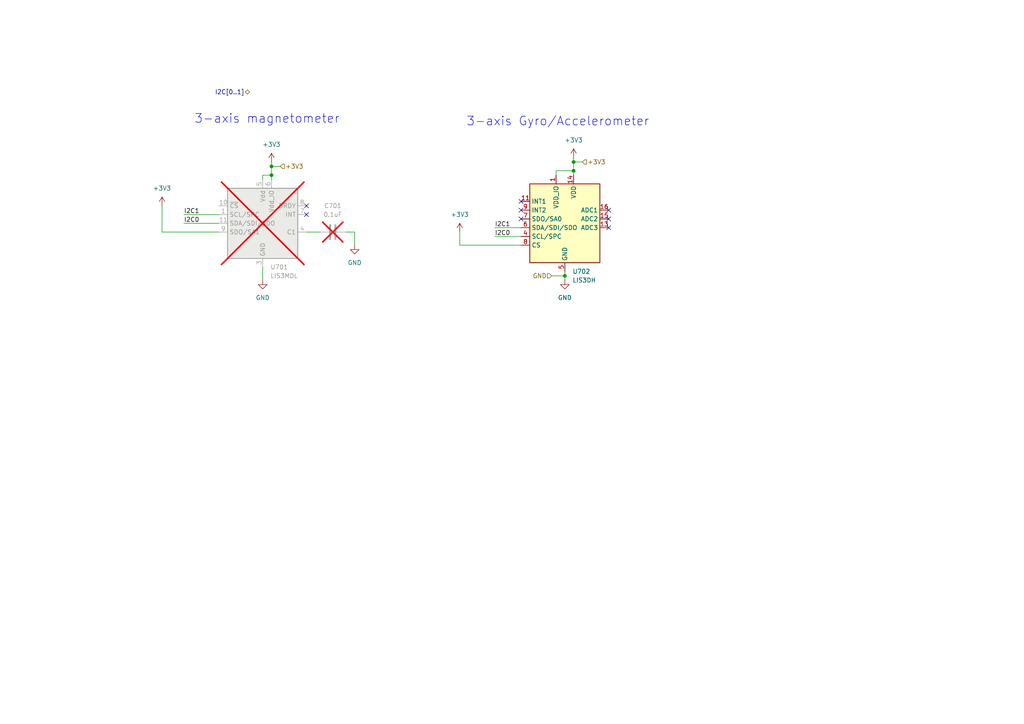
<source format=kicad_sch>
(kicad_sch (version 20231120) (generator "eeschema") (generator_version "8.0")
  (paper "A4")
  (lib_symbols
    (symbol "Device:C" (pin_numbers hide) (pin_names (offset 0.254))
      (property "Reference" "C" (at 0.635 2.54 0))
      (property "Value" "C" (at 0.635 -2.54 0))
      (symbol "C_0_1"
        (polyline (pts (xy -2.032 -0.762) (xy 2.032 -0.762)) (stroke (width 0.508)))
        (polyline (pts (xy -2.032 0.762) (xy 2.032 0.762)) (stroke (width 0.508)))
      )
      (symbol "C_1_1"
        (pin passive line (at 0 3.81 270) (length 2.794) (name "~") (number "1"))
        (pin passive line (at 0 -3.81 90) (length 2.794) (name "~") (number "2"))
      )
    )
    (symbol "Sensor_Magnetic:LIS3MDL"
      (property "Reference" "U" (at -8.89 11.43 0))
      (property "Value" "LIS3MDL" (at 7.62 11.43 0))
      (symbol "LIS3MDL_0_1"
        (rectangle (start -10.16 10.16) (end 10.16 -10.16) (stroke (width 0.254)) (fill (type background)))
      )
      (symbol "LIS3MDL_1_1"
        (pin input line (at -12.7 2.54 0) (length 2.54) (name "SCL/SPC") (number "1"))
        (pin input line (at -12.7 5.08 0) (length 2.54) (name "~{CS}") (number "10"))
        (pin bidirectional line (at -12.7 0 0) (length 2.54) (name "SDA/SDI/SDO") (number "11"))
        (pin passive line (at 0 -12.7 90) (length 2.54) hide (name "GND") (number "12"))
        (pin passive line (at 0 -12.7 90) (length 2.54) hide (name "GND") (number "2"))
        (pin power_in line (at 0 -12.7 90) (length 2.54) (name "GND") (number "3"))
        (pin power_out line (at 12.7 -2.54 180) (length 2.54) (name "C1") (number "4"))
        (pin power_in line (at 0 12.7 270) (length 2.54) (name "Vdd") (number "5"))
        (pin power_in line (at 2.54 12.7 270) (length 2.54) (name "Vdd_IO") (number "6"))
        (pin output line (at 12.7 2.54 180) (length 2.54) (name "INT") (number "7"))
        (pin output line (at 12.7 5.08 180) (length 2.54) (name "DRDY") (number "8"))
        (pin bidirectional line (at -12.7 -2.54 0) (length 2.54) (name "SDO/SA1") (number "9"))
      )
    )
    (symbol "Sensor_Motion:LIS3DH"
      (property "Reference" "U" (at -7.62 11.43 0))
      (property "Value" "LIS3DH" (at 6.35 11.43 0))
      (symbol "LIS3DH_0_1"
        (rectangle (start -10.16 10.16) (end 10.16 -12.7) (stroke (width 0.254)) (fill (type background)))
      )
      (symbol "LIS3DH_1_1"
        (pin power_in line (at -2.54 12.7 270) (length 2.54) (name "VDD_IO") (number "1"))
        (pin passive line (at 0 -15.24 90) (length 2.54) hide (name "GND") (number "10"))
        (pin output line (at -12.7 5.08 0) (length 2.54) (name "INT1") (number "11"))
        (pin passive line (at 0 -15.24 90) (length 2.54) hide (name "GND") (number "12"))
        (pin input line (at 12.7 -2.54 180) (length 2.54) (name "ADC3") (number "13"))
        (pin power_in line (at 2.54 12.7 270) (length 2.54) (name "VDD") (number "14"))
        (pin input line (at 12.7 0 180) (length 2.54) (name "ADC2") (number "15"))
        (pin input line (at 12.7 2.54 180) (length 2.54) (name "ADC1") (number "16"))
        (pin no_connect line (at 10.16 5.08 180) (length 2.54) hide (name "NC") (number "2"))
        (pin no_connect line (at 10.16 7.62 180) (length 2.54) hide (name "NC") (number "3"))
        (pin input line (at -12.7 -5.08 0) (length 2.54) (name "SCL/SPC") (number "4"))
        (pin power_in line (at 0 -15.24 90) (length 2.54) (name "GND") (number "5"))
        (pin bidirectional line (at -12.7 -2.54 0) (length 2.54) (name "SDA/SDI/SDO") (number "6"))
        (pin bidirectional line (at -12.7 0 0) (length 2.54) (name "SDO/SA0") (number "7"))
        (pin input line (at -12.7 -7.62 0) (length 2.54) (name "CS") (number "8"))
        (pin output line (at -12.7 2.54 0) (length 2.54) (name "INT2") (number "9"))
      )
    )
    (symbol "power:+3V3" (power) (pin_names (offset 0))
      (property "Value" "+3V3" (at 0 3.556 0))
      (symbol "+3V3_0_1"
        (polyline (pts (xy -0.762 1.27) (xy 0 2.54)))
        (polyline (pts (xy 0 0) (xy 0 2.54)))
        (polyline (pts (xy 0 2.54) (xy 0.762 1.27)))
      )
      (symbol "+3V3_1_1"
        (pin power_in line (at 0 0 90) (length 0) hide (name "+3V3") (number "1"))
      )
    )
    (symbol "power:GND" (power) (pin_names (offset 0))
      (property "Value" "GND" (at 0 -3.81 0))
      (symbol "GND_0_1"
        (polyline (pts (xy 0 0) (xy 0 -1.27) (xy 1.27 -1.27) (xy 0 -2.54) (xy -1.27 -1.27) (xy 0 -1.27)))
      )
      (symbol "GND_1_1"
        (pin power_in line (at 0 0 270) (length 0) hide (name "GND") (number "1"))
      )
    )
  )
  (junction (at 78.74 48.26))
  (junction (at 78.74 50.8))
  (junction (at 166.37 46.99))
  (junction (at 166.37 49.53))
  (junction (at 163.83 80.01))
  (no_connect (at 176.53 66.04))
  (no_connect (at 88.9 62.23))
  (no_connect (at 151.13 60.96))
  (no_connect (at 88.9 59.69))
  (no_connect (at 151.13 58.42))
  (no_connect (at 151.13 63.5))
  (no_connect (at 176.53 60.96))
  (no_connect (at 176.53 63.5))
  (wire (pts (xy 161.29 49.53) (xy 166.37 49.53)))
  (wire (pts (xy 53.34 64.77) (xy 63.5 64.77)))
  (wire (pts (xy 161.29 49.53) (xy 161.29 50.8)))
  (wire (pts (xy 133.35 67.31) (xy 133.35 71.12)))
  (wire (pts (xy 143.51 68.58) (xy 151.13 68.58)))
  (wire (pts (xy 78.74 48.26) (xy 78.74 50.8)))
  (wire (pts (xy 76.2 50.8) (xy 76.2 52.07)))
  (wire (pts (xy 78.74 46.99) (xy 78.74 48.26)))
  (wire (pts (xy 102.87 71.12) (xy 102.87 67.31)))
  (wire (pts (xy 166.37 46.99) (xy 166.37 49.53)))
  (wire (pts (xy 163.83 81.28) (xy 163.83 80.01)))
  (wire (pts (xy 92.71 67.31) (xy 88.9 67.31)))
  (wire (pts (xy 46.99 67.31) (xy 63.5 67.31)))
  (wire (pts (xy 46.99 59.69) (xy 46.99 67.31)))
  (wire (pts (xy 160.02 80.01) (xy 163.83 80.01)))
  (wire (pts (xy 133.35 71.12) (xy 151.13 71.12)))
  (wire (pts (xy 166.37 49.53) (xy 166.37 50.8)))
  (wire (pts (xy 166.37 45.72) (xy 166.37 46.99)))
  (wire (pts (xy 76.2 50.8) (xy 78.74 50.8)))
  (wire (pts (xy 143.51 66.04) (xy 151.13 66.04)))
  (wire (pts (xy 168.91 46.99) (xy 166.37 46.99)))
  (wire (pts (xy 76.2 81.28) (xy 76.2 77.47)))
  (wire (pts (xy 78.74 50.8) (xy 78.74 52.07)))
  (wire (pts (xy 81.28 48.26) (xy 78.74 48.26)))
  (wire (pts (xy 102.87 67.31) (xy 100.33 67.31)))
  (wire (pts (xy 53.34 62.23) (xy 63.5 62.23)))
  (wire (pts (xy 163.83 80.01) (xy 163.83 78.74)))
  (text "3-axis magnetometer" (at 77.47 34.544 0) (effects (font (size 2.54 2.54))))
  (text "3-axis Gyro/Accelerometer" (at 161.798 35.306 0) (effects (font (size 2.54 2.54))))
  (label "I2C1" (at 53.34 62.23 0))
  (label "I2C0" (at 143.51 68.58 0))
  (label "I2C1" (at 143.51 66.04 0))
  (label "I2C0" (at 53.34 64.77 0))
  (hierarchical_label "GND" (shape input) (at 160.02 80.01 180))
  (hierarchical_label "+3V3" (shape input) (at 81.28 48.26 0))
  (hierarchical_label "+3V3" (shape input) (at 168.91 46.99 0))
  (hierarchical_label "I2C[0..1]" (shape bidirectional) (at 72.39 26.67 180))
  (symbol (lib_id "power:+3V3") (at 78.74 46.99 0) (unit 1)
    (property "Reference" "#PWR0703" (effects (hide yes)))
    (property "Value" "+3V3" (at 78.74 41.91 0))
    (property "Description" "Power symbol creates a global label with name \"+3V3\"" (effects (hide yes)))
    (instances (project "xDuinoRail-Debug" (path "" (reference "#PWR0703") (unit 1))) (project "xDuinoRailShield" (path "" (reference "#PWR?") (unit 1))))
  )
  (symbol (lib_id "power:+3V3") (at 166.37 45.72 0) (unit 1)
    (property "Reference" "#PWR0707" (effects (hide yes)))
    (property "Value" "+3V3" (at 166.37 40.64 0))
    (property "Description" "Power symbol creates a global label with name \"+3V3\"" (effects (hide yes)))
    (instances (project "xDuinoRail-Debug" (path "" (reference "#PWR0707") (unit 1))) (project "xDuinoRailShield" (path "" (reference "#PWR?") (unit 1))))
  )
  (symbol (lib_id "Sensor_Motion:LIS3DH") (at 163.83 63.5 0) (unit 1)
    (property "Reference" "U702" (at 166.0241 78.74 0) (effects (justify left)))
    (property "Value" "LIS3DH" (at 166.0241 81.28 0) (effects (justify left)))
    (property "Footprint" "Package_LGA:LGA-16_3x3mm_P0.5mm_LayoutBorder3x5y" (effects (hide yes)))
    (property "Datasheet" "https://www.st.com/resource/en/datasheet/cd00274221.pdf" (effects (hide yes)))
    (property "Description" "3-Axis Accelerometer, 2/4/8/16g range, I2C/SPI interface, LGA-16" (effects (hide yes)))
    (property "LCSC" "C15134" (effects (hide yes)))
    (property "OLI_ID" "LIS3DH_LGA-16" (effects (hide yes)))
    (instances (project "xDuinoRail-Debug" (path "" (reference "U702") (unit 1))) (project "xDuinoRailShield" (path "" (reference "U?") (unit 1))))
  )
  (symbol (lib_id "power:+3V3") (at 46.99 59.69 0) (unit 1)
    (property "Reference" "#PWR0701" (effects (hide yes)))
    (property "Value" "+3V3" (at 46.99 54.61 0))
    (property "Description" "Power symbol creates a global label with name \"+3V3\"" (effects (hide yes)))
    (instances (project "xDuinoRail-Debug" (path "" (reference "#PWR0701") (unit 1))) (project "xDuinoRailShield" (path "" (reference "#PWR?") (unit 1))))
  )
  (symbol (lib_id "Device:C") (at 96.52 67.31 90) (unit 1) (exclude_from_sim yes) (in_bom no) (on_board no) (dnp yes)
    (property "Reference" "C701" (at 96.52 59.69 90))
    (property "Value" "0.1uF" (at 96.52 62.23 90))
    (property "Footprint" "Capacitor_SMD:C_0805_2012Metric_Pad1.18x1.45mm_HandSolder" (effects (hide yes)))
    (property "Description" "Unpolarized capacitor" (effects (hide yes)))
    (property "OLI_ID" "100nF_0805" (effects (hide yes)))
    (instances (project "xDuinoRail-Debug" (path "" (reference "C701") (unit 1))) (project "xDuinoRailShield" (path "" (reference "C?") (unit 1))))
  )
  (symbol (lib_id "power:GND") (at 76.2 81.28 0) (unit 1)
    (property "Reference" "#PWR0702" (effects (hide yes)))
    (property "Value" "GND" (at 76.2 86.36 0))
    (property "Description" "Power symbol creates a global label with name \"GND\" , ground" (effects (hide yes)))
    (instances (project "xDuinoRail-Debug" (path "" (reference "#PWR0702") (unit 1))) (project "xDuinoRailShield" (path "" (reference "#PWR?") (unit 1))))
  )
  (symbol (lib_id "Sensor_Magnetic:LIS3MDL") (at 76.2 64.77 0) (unit 1) (exclude_from_sim yes) (in_bom no) (on_board no) (dnp yes)
    (property "Reference" "U701" (at 78.3941 77.47 0) (effects (justify left)))
    (property "Value" "LIS3MDL" (at 78.3941 80.01 0) (effects (justify left)))
    (property "Footprint" "Package_LGA:LGA-12_2x2mm_P0.5mm" (effects (hide yes)))
    (property "Datasheet" "https://www.st.com/resource/en/datasheet/lis3mdl.pdf" (effects (hide yes)))
    (property "Description" "Ultra-low-power, 3-axis digital output magnetometer, LGA-12" (effects (hide yes)))
    (property "LCSC" "C478483" (effects (hide yes)))
    (instances (project "xDuinoRail-Debug" (path "" (reference "U701") (unit 1))) (project "xDuinoRailShield" (path "" (reference "U?") (unit 1))))
  )
  (symbol (lib_id "power:GND") (at 102.87 71.12 0) (unit 1)
    (property "Reference" "#PWR0704" (effects (hide yes)))
    (property "Value" "GND" (at 102.87 76.2 0))
    (property "Description" "Power symbol creates a global label with name \"GND\" , ground" (effects (hide yes)))
    (instances (project "xDuinoRail-Debug" (path "" (reference "#PWR0704") (unit 1))) (project "xDuinoRailShield" (path "" (reference "#PWR?") (unit 1))))
  )
  (symbol (lib_id "power:+3V3") (at 133.35 67.31 0) (unit 1)
    (property "Reference" "#PWR0705" (effects (hide yes)))
    (property "Value" "+3V3" (at 133.35 62.23 0))
    (property "Description" "Power symbol creates a global label with name \"+3V3\"" (effects (hide yes)))
    (instances (project "xDuinoRail-Debug" (path "" (reference "#PWR0705") (unit 1))) (project "xDuinoRailShield" (path "" (reference "#PWR?") (unit 1))))
  )
  (symbol (lib_id "power:GND") (at 163.83 81.28 0) (unit 1)
    (property "Reference" "#PWR0706" (effects (hide yes)))
    (property "Value" "GND" (at 163.83 86.36 0))
    (property "Description" "Power symbol creates a global label with name \"GND\" , ground" (effects (hide yes)))
    (instances (project "xDuinoRail-Debug" (path "" (reference "#PWR0706") (unit 1))) (project "xDuinoRailShield" (path "" (reference "#PWR?") (unit 1))))
  )
)
</source>
